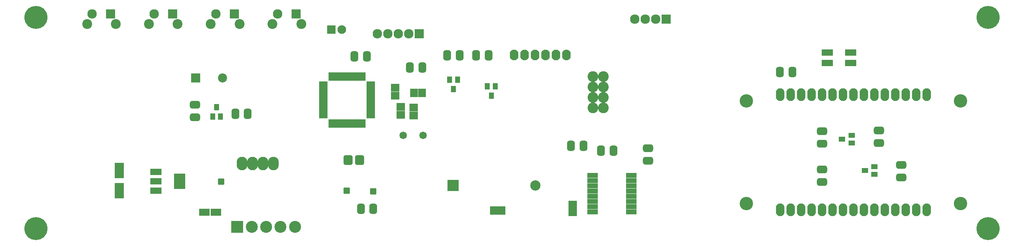
<source format=gbr>
G04 DipTrace 5.1.0.1*
G04 Íèæíÿìàñêà.gbr*
%MOMM*%
G04 #@! TF.FileFunction,Soldermask,Bot*
G04 #@! TF.Part,Single*
%AMOUTLINE1*
4,1,28,
1.1,0.67966,
1.1,-0.67966,
1.0841,-0.80043,
1.0299,-0.93129,
0.94367,-1.04367,
0.83129,-1.1299,
0.70043,-1.1841,
0.57966,-1.2,
-0.57966,-1.2,
-0.70043,-1.1841,
-0.83129,-1.1299,
-0.94367,-1.04367,
-1.0299,-0.93129,
-1.0841,-0.80043,
-1.1,-0.67966,
-1.1,0.67966,
-1.0841,0.80043,
-1.0299,0.93129,
-0.94367,1.04367,
-0.83129,1.1299,
-0.70043,1.1841,
-0.57966,1.2,
0.57966,1.2,
0.70043,1.1841,
0.83129,1.1299,
0.94367,1.04367,
1.0299,0.93129,
1.0841,0.80043,
1.1,0.67966,
0*%
%AMOUTLINE3*
4,1,28,
-0.5505,0.75,
0.5505,0.75,
0.60213,0.7432,
0.65025,0.72327,
0.69157,0.69157,
0.72327,0.65025,
0.7432,0.60213,
0.75,0.5505,
0.75,-0.5505,
0.7432,-0.60213,
0.72327,-0.65025,
0.69157,-0.69157,
0.65025,-0.72327,
0.60213,-0.7432,
0.5505,-0.75,
-0.5505,-0.75,
-0.60213,-0.7432,
-0.65025,-0.72327,
-0.69157,-0.69157,
-0.72327,-0.65025,
-0.7432,-0.60213,
-0.75,-0.5505,
-0.75,0.5505,
-0.7432,0.60213,
-0.72327,0.65025,
-0.69157,0.69157,
-0.65025,0.72327,
-0.60213,0.7432,
-0.5505,0.75,
0*%
%AMOUTLINE4*
4,1,28,
0.5505,-0.75,
-0.5505,-0.75,
-0.60213,-0.7432,
-0.65025,-0.72327,
-0.69157,-0.69157,
-0.72327,-0.65025,
-0.7432,-0.60213,
-0.75,-0.5505,
-0.75,0.5505,
-0.7432,0.60213,
-0.72327,0.65025,
-0.69157,0.69157,
-0.65025,0.72327,
-0.60213,0.7432,
-0.5505,0.75,
0.5505,0.75,
0.60213,0.7432,
0.65025,0.72327,
0.69157,0.69157,
0.72327,0.65025,
0.7432,0.60213,
0.75,0.5505,
0.75,-0.5505,
0.7432,-0.60213,
0.72327,-0.65025,
0.69157,-0.69157,
0.65025,-0.72327,
0.60213,-0.7432,
0.5505,-0.75,
0*%
%AMOUTLINE6*
4,1,28,
-0.38466,1.235,
0.38466,1.235,
0.50802,1.21876,
0.64129,1.16356,
0.75574,1.07574,
0.84356,0.96129,
0.89876,0.82802,
0.915,0.70466,
0.915,-0.70466,
0.89876,-0.82802,
0.84356,-0.96129,
0.75574,-1.07574,
0.64129,-1.16356,
0.50802,-1.21876,
0.38466,-1.235,
-0.38466,-1.235,
-0.50802,-1.21876,
-0.64129,-1.16356,
-0.75574,-1.07574,
-0.84356,-0.96129,
-0.89876,-0.82802,
-0.915,-0.70466,
-0.915,0.70466,
-0.89876,0.82802,
-0.84356,0.96129,
-0.75574,1.07574,
-0.64129,1.16356,
-0.50802,1.21876,
-0.38466,1.235,
0*%
%AMOUTLINE9*
4,1,28,
0.38466,-1.235,
-0.38466,-1.235,
-0.50802,-1.21876,
-0.64129,-1.16356,
-0.75574,-1.07574,
-0.84356,-0.96129,
-0.89876,-0.82802,
-0.915,-0.70466,
-0.915,0.70466,
-0.89876,0.82802,
-0.84356,0.96129,
-0.75574,1.07574,
-0.64129,1.16356,
-0.50802,1.21876,
-0.38466,1.235,
0.38466,1.235,
0.50802,1.21876,
0.64129,1.16356,
0.75574,1.07574,
0.84356,0.96129,
0.89876,0.82802,
0.915,0.70466,
0.915,-0.70466,
0.89876,-0.82802,
0.84356,-0.96129,
0.75574,-1.07574,
0.64129,-1.16356,
0.50802,-1.21876,
0.38466,-1.235,
0*%
%AMOUTLINE12*
4,1,28,
-1.235,-0.38466,
-1.235,0.38466,
-1.21876,0.50802,
-1.16356,0.64129,
-1.07574,0.75574,
-0.96129,0.84356,
-0.82802,0.89876,
-0.70466,0.915,
0.70466,0.915,
0.82802,0.89876,
0.96129,0.84356,
1.07574,0.75574,
1.16356,0.64129,
1.21876,0.50802,
1.235,0.38466,
1.235,-0.38466,
1.21876,-0.50802,
1.16356,-0.64129,
1.07574,-0.75574,
0.96129,-0.84356,
0.82802,-0.89876,
0.70466,-0.915,
-0.70466,-0.915,
-0.82802,-0.89876,
-0.96129,-0.84356,
-1.07574,-0.75574,
-1.16356,-0.64129,
-1.21876,-0.50802,
-1.235,-0.38466,
0*%
%AMOUTLINE15*
4,1,28,
1.235,0.38466,
1.235,-0.38466,
1.21876,-0.50802,
1.16356,-0.64129,
1.07574,-0.75574,
0.96129,-0.84356,
0.82802,-0.89876,
0.70466,-0.915,
-0.70466,-0.915,
-0.82802,-0.89876,
-0.96129,-0.84356,
-1.07574,-0.75574,
-1.16356,-0.64129,
-1.21876,-0.50802,
-1.235,-0.38466,
-1.235,0.38466,
-1.21876,0.50802,
-1.16356,0.64129,
-1.07574,0.75574,
-0.96129,0.84356,
-0.82802,0.89876,
-0.70466,0.915,
0.70466,0.915,
0.82802,0.89876,
0.96129,0.84356,
1.07574,0.75574,
1.16356,0.64129,
1.21876,0.50802,
1.235,0.38466,
0*%
%ADD21R,2.3X2.3*%
%ADD22C,2.3*%
%ADD26R,2.2X2.2*%
%ADD50C,3.25*%
%ADD59C,1.8192*%
%ADD61O,2.1X3.1*%
%ADD63O,2.1X2.6*%
%ADD65C,2.6*%
%ADD66R,1.08267X2.07333*%
%ADD68R,2.07333X1.08267*%
%ADD70R,2.6X1.2*%
%ADD72R,2.75X3.85*%
%ADD74R,2.75X1.55*%
%ADD76C,2.4*%
%ADD77R,1.65X1.25*%
%ADD79R,1.25X1.65*%
%ADD81C,2.1*%
%ADD83R,2.1X2.1*%
%ADD85C,5.6*%
%ADD87C,2.2*%
%ADD90R,2.8X1.6*%
%ADD92C,2.5*%
%ADD93R,2.8X2.8*%
%ADD95O,2.6X3.3*%
%ADD97C,2.9*%
%ADD98R,2.9X2.9*%
%ADD99R,2.1X1.9*%
%ADD101R,1.9X2.1*%
%ADD103R,2.6X1.8*%
%ADD105R,2.2X3.75*%
%ADD112OUTLINE1*%
%ADD114OUTLINE3*%
%ADD115OUTLINE4*%
%ADD117OUTLINE6*%
%ADD120OUTLINE9*%
%ADD123OUTLINE12*%
%ADD126OUTLINE15*%
%FSLAX35Y35*%
G04*
G71*
G90*
G75*
G01*
G04 BotMask*
%LPD*%
D105*
X3429037Y2714853D3*
Y2224853D3*
D103*
X5775663Y1698853D3*
X5495663D3*
D101*
X12711483Y1746770D3*
X12521483D3*
D99*
X14440300Y1887053D3*
Y1697053D3*
D101*
X10588547Y4607120D3*
X10778547D3*
D99*
X10580840Y4245803D3*
Y4055803D3*
X10266720Y4263613D3*
Y4073613D3*
X10128860Y4728313D3*
Y4538313D3*
D112*
X9263983Y2969393D3*
X8983983D3*
D114*
X9600233Y2207393D3*
D98*
X6296757Y1346670D3*
D97*
X6646757D3*
X6996757D3*
X7346757D3*
X7696757D3*
D95*
X7175537Y2889501D3*
X6921537Y2889494D3*
X6667537Y2889486D3*
X6413537Y2889479D3*
D21*
X10711483Y6048252D3*
D22*
X10457483D3*
X10203483D3*
X9949483D3*
X9695483D3*
D21*
X16712233Y6398393D3*
D22*
X16458233D3*
X16204233D3*
X15950233D3*
D93*
X11536983Y2350270D3*
D92*
X13536983D3*
D90*
X20617733Y5334768D3*
Y5588768D3*
X21188733D3*
Y5334768D3*
D26*
X5287120Y4968750D3*
D87*
X5937120D3*
D85*
X1408757Y6446070D3*
Y1302570D3*
X24522757Y6446070D3*
D115*
X8949357Y2223267D3*
D85*
X24522757Y1302570D3*
D114*
X5901357Y2445517D3*
D83*
X8584233Y6144393D3*
D81*
X8838233D3*
D79*
X5889500Y4032123D3*
X5699500D3*
X5794500Y4262123D3*
X11451150Y4925967D3*
X11641150D3*
X11546150Y4695967D3*
X12367160Y4769077D3*
X12557160D3*
X12462160Y4539077D3*
D77*
X21208733Y3572393D3*
Y3382393D3*
X20978733Y3477393D3*
X21764358Y2810393D3*
Y2620393D3*
X21534358Y2715393D3*
D117*
X9600233Y1787350D3*
D120*
X9296233D3*
X9139858Y5493518D3*
D117*
X9443858D3*
X6552380Y4095630D3*
D120*
X6248380D3*
D123*
X5270377Y4314000D3*
D126*
Y4010000D3*
D123*
X16268800Y3261930D3*
D126*
Y2957930D3*
D117*
X14704870Y3318080D3*
D120*
X14400870D3*
D117*
X15431630Y3202040D3*
D120*
X15127630D3*
X10487690Y5219120D3*
D117*
X10791690D3*
D120*
X11393650Y5521470D3*
D117*
X11697650D3*
D120*
X12092150D3*
D117*
X12396150D3*
D126*
X21871608Y3388893D3*
D123*
Y3692893D3*
X20490483Y3677018D3*
D126*
Y3373018D3*
X22411358Y2547518D3*
D123*
Y2851518D3*
D126*
X20490483Y2436393D3*
D123*
Y2740393D3*
D117*
X19769358Y5112518D3*
D120*
X19465358D3*
D22*
X2775000Y6527500D3*
D21*
X3225000D3*
D76*
X2650000Y6277500D3*
X3350000D3*
D22*
X4275000Y6527500D3*
D21*
X4725000D3*
D76*
X4150000Y6277500D3*
X4850000D3*
D22*
X5775000Y6527500D3*
D21*
X6225000D3*
D76*
X5650000Y6277500D3*
X6350000D3*
D22*
X7275000Y6527500D3*
D21*
X7725000D3*
D76*
X7150000Y6277500D3*
X7850000D3*
D74*
X4318037Y2222727D3*
Y2452727D3*
Y2682727D3*
D72*
X4898037Y2452727D3*
D70*
X15862790Y2595680D3*
Y2468680D3*
Y2341680D3*
Y2214680D3*
Y2087680D3*
Y1960680D3*
Y1833680D3*
Y1706680D3*
X14922790D3*
Y1833680D3*
Y1960680D3*
Y2087680D3*
Y2214680D3*
Y2341680D3*
Y2468680D3*
Y2595680D3*
D68*
X8386057Y4511533D3*
X9534123Y4432800D3*
D66*
X9038823Y5006833D3*
X9120123D3*
X9198857D3*
X9280123D3*
X9358857D3*
D68*
X9534123Y4831567D3*
Y4752833D3*
Y4194033D3*
Y4272767D3*
X8386057Y4592833D3*
Y4671567D3*
Y4752833D3*
Y4831567D3*
D66*
X8721323Y5006833D3*
X8800057D3*
X8881357D3*
X8960090D3*
X8561323D3*
X8640057D3*
D68*
X9534123Y4034033D3*
D66*
X9358857Y3858767D3*
D68*
X8386057Y4432800D3*
X9534123Y4354067D3*
Y4112767D3*
D66*
X9280123Y3858767D3*
X9198857D3*
X9120123D3*
X8721323D3*
X8640057D3*
X8561323D3*
D68*
X8386057Y4034033D3*
D66*
X9038823Y3858767D3*
X8960090D3*
X8881357D3*
X8800057D3*
D68*
X8386057Y4112767D3*
Y4194033D3*
Y4272767D3*
Y4354067D3*
X9534123Y4671567D3*
Y4592833D3*
Y4511533D3*
D65*
X14934233Y4239393D3*
Y4493393D3*
Y4747393D3*
Y5001393D3*
X15188233Y4239393D3*
Y4493393D3*
Y4747393D3*
Y5001393D3*
D63*
X13013358Y5525268D3*
X13267358D3*
X13521358D3*
X13775358D3*
X14029358Y5525218D3*
X14283358Y5525242D3*
D61*
X19474483Y4559893D3*
X19728483D3*
X21252483D3*
X21506483D3*
X22268483D3*
X22522483D3*
X23030483D3*
X22522483Y1759893D3*
X22268483D3*
X22014483D3*
X21760483D3*
X21506483D3*
X21252483D3*
X20236483D3*
X20490483D3*
X19982483D3*
X19728483D3*
X19474483D3*
X19982483Y4559893D3*
X20236483D3*
X20490483D3*
X20744483D3*
X20998483D3*
X21760483D3*
X22014483D3*
X22776483D3*
X23030483Y1759893D3*
X22776483D3*
X20998483D3*
X20744483D3*
D50*
X23852483Y4409893D3*
X18652483D3*
Y1909893D3*
X23852483D3*
D59*
X10809910Y3575817D3*
X10327310D3*
M02*

</source>
